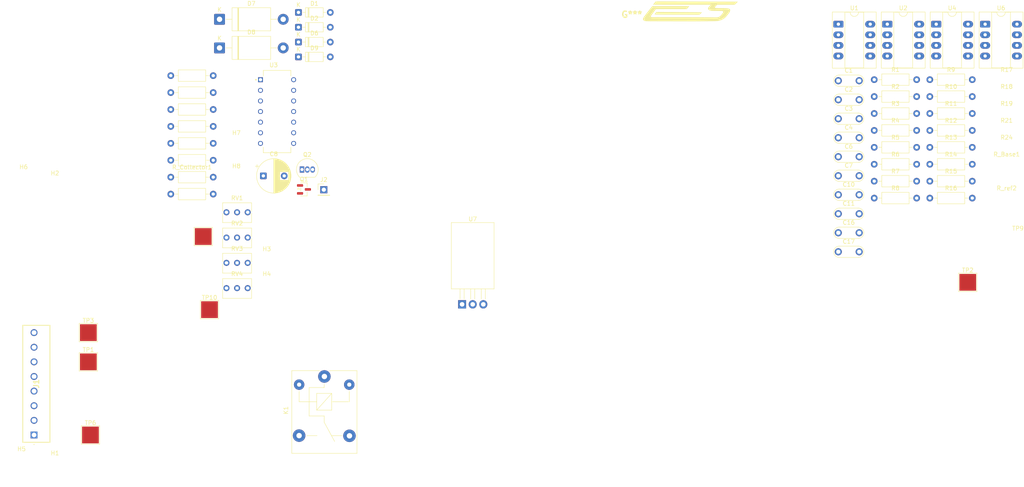
<source format=kicad_pcb>
(kicad_pcb (version 20241229) (generator "pcbnew") (generator_version "9.0")
  (layers (0 "F.Cu" signal) (2 "B.Cu" signal) (13 "F.Paste" user) (15 "B.Paste" user) (5 "F.SilkS" user "F.Silkscreen") (7 "B.SilkS" user "B.Silkscreen") (1 "F.Mask" user) (3 "B.Mask" user) (25 "Edge.Cuts" user))
  (net 0 "")
  (net 1 "+12V")
  (net 2 "GND")
  (net 3 "+5V")
  (net 4 "Net-(U6-CONTROL_VOLTAGE)")
  (net 5 "Net-(U6-DISCHARGE)")
  (net 6 "Net-(D8-K)")
  (net 7 "TPS_OUT")
  (net 8 "BPS_OUT")
  (net 9 "Net-(D1-A)")
  (net 10 "BSPD_F")
  (net 11 "Net-(D2-A)")
  (net 12 "Net-(D6-A)")
  (net 13 "Net-(D6-K)")
  (net 14 "NO")
  (net 15 "BPS")
  (net 16 "SC")
  (net 17 "TPS")
  (net 18 "Rel")
  (net 20 "Trig_Fault")
  (net 21 "Net-(Q2-B)")
  (net 22 "Net-(R4-Pad2)")
  (net 23 "Net-(R5-Pad1)")
  (net 24 "Net-(R8-Pad2)")
  (net 25 "Net-(R9-Pad2)")
  (net 26 "Net-(R10-Pad1)")
  (net 27 "Net-(R12-Pad1)")
  (net 28 "Net-(R14-Pad2)")
  (net 29 "Net-(R15-Pad2)")
  (net 34 "Net-(U3-1Y)")
  (footprint "TestPoint:TestPoint_Pad_4.0x4.0mm" (layer "F.Cu") (at 69.5 103)
    (property "Reference" "TP10" (at 0 -2.898 0) (layer "F.SilkS"))
    (property "Value" "TestPoint")
    (pad "1" smd rect (at 0 0) (size 4 4) (layers "F.Cu" "F.Mask") (net 15 "BPS"))
  )
  (footprint "Resistor_THT:R_Axial_DIN0207_L6.3mm_D2.5mm_P10.16mm_Horizontal" (layer "F.Cu") (at 241.92 64.15)
    (property "Reference" "R13" (at 5.08 -2.37 0) (layer "F.SilkS"))
    (property "Value" "10k")
    (pad "1" thru_hole circle (at 0 0) (size 1.6 1.6) (drill 0.8) (layers "*.Cu" "*.Mask") (net 2 "GND"))
    (pad "2" thru_hole circle (at 10.16 0) (size 1.6 1.6) (drill 0.8) (layers "*.Cu" "*.Mask") (net 27 "Net-(R12-Pad1)"))
  )
  (footprint "Capacitor_THT:CP_Radial_D8.0mm_P5.00mm" (layer "F.Cu") (at 82.384698 70.98)
    (property "Reference" "C8" (at 2.5 -5.25 0) (layer "F.SilkS"))
    (property "Value" "10u")
    (pad "1" thru_hole roundrect (at 0 0) (size 1.6 1.6) (drill 0.8) (layers "*.Cu" "*.Mask") (roundrect_rratio 0.15625) (net 5 "Net-(U6-DISCHARGE)"))
    (pad "2" thru_hole circle (at 5 0) (size 1.6 1.6) (drill 0.8) (layers "*.Cu" "*.Mask") (net 2 "GND"))
  )
  (footprint "Resistor_THT:R_Axial_DIN0207_L6.3mm_D2.5mm_P10.16mm_Horizontal" (layer "F.Cu") (at 60.23 63.19)
    (property "Reference" "R24" (at 200.08 -1.41 0) (layer "F.SilkS"))
    (property "Value" "100k")
    (pad "1" thru_hole circle (at 0 0) (size 1.6 1.6) (drill 0.8) (layers "*.Cu" "*.Mask") (net 3 "+5V"))
    (pad "2" thru_hole circle (at 10.16 0) (size 1.6 1.6) (drill 0.8) (layers "*.Cu" "*.Mask") (net 20 "Trig_Fault"))
  )
  (footprint "MountingHole:MountingHole_3.2mm_M3" (layer "F.Cu") (at 25 73)
    (property "Reference" "H6" (at 0 -4.15 0) (layer "F.SilkS"))
    (property "Value" "MountingHole")
    (pad "" np_thru_hole circle (at 0 0) (size 3.2 3.2) (drill 3.2) (layers "*.Cu" "*.Mask"))
  )
  (footprint "Potentiometer_THT:Potentiometer_Bourns_3266Y_Vertical" (layer "F.Cu") (at 78.64 85.75)
    (property "Reference" "RV2" (at -2.54 -3.41 0) (layer "F.SilkS"))
    (property "Value" "10k")
    (pad "1" thru_hole circle (at 0 0) (size 1.44 1.44) (drill 0.8) (layers "*.Cu" "*.Mask") (net 25 "Net-(R9-Pad2)"))
    (pad "2" thru_hole circle (at -2.54 0) (size 1.44 1.44) (drill 0.8) (layers "*.Cu" "*.Mask") (net 3 "+5V"))
    (pad "3" thru_hole circle (at -5.08 0) (size 1.44 1.44) (drill 0.8) (layers "*.Cu" "*.Mask"))
  )
  (footprint "Crystal:Resonator-2Pin_W7.0mm_H2.5mm" (layer "F.Cu") (at 220.01 48.2)
    (property "Reference" "C1" (at 2.5 -2.45 0) (layer "F.SilkS"))
    (property "Value" "100n")
    (pad "1" thru_hole circle (at 0 0) (size 1.7 1.7) (drill 1) (layers "*.Cu" "*.Mask") (net 1 "+12V"))
    (pad "2" thru_hole circle (at 5 0) (size 1.7 1.7) (drill 1) (layers "*.Cu" "*.Mask") (net 2 "GND"))
  )
  (footprint "Package_TO_SOT_THT:TO-92_Inline" (layer "F.Cu") (at 91.64 69.46)
    (property "Reference" "Q2" (at 1.27 -3.56 0) (layer "F.SilkS"))
    (property "Value" "2N3904")
    (pad "1" thru_hole rect (at 0 0) (size 1.05 1.5) (drill 0.75) (layers "*.Cu" "*.Mask") (net 2 "GND"))
    (pad "2" thru_hole oval (at 1.27 0) (size 1.05 1.5) (drill 0.75) (layers "*.Cu" "*.Mask") (net 21 "Net-(Q2-B)"))
    (pad "3" thru_hole oval (at 2.54 0) (size 1.05 1.5) (drill 0.75) (layers "*.Cu" "*.Mask") (net 20 "Trig_Fault"))
  )
  (footprint "Resistor_THT:R_Axial_DIN0207_L6.3mm_D2.5mm_P10.16mm_Horizontal" (layer "F.Cu") (at 60.23 46.99)
    (property "Reference" "R17" (at 200.08 -1.41 0) (layer "F.SilkS"))
    (property "Value" "100k")
    (pad "1" thru_hole circle (at 0 0) (size 1.6 1.6) (drill 0.8) (layers "*.Cu" "*.Mask") (net 2 "GND"))
    (pad "2" thru_hole circle (at 10.16 0) (size 1.6 1.6) (drill 0.8) (layers "*.Cu" "*.Mask") (net 17 "TPS"))
  )
  (footprint "Resistor_THT:R_Axial_DIN0207_L6.3mm_D2.5mm_P10.16mm_Horizontal" (layer "F.Cu") (at 228.61 52)
    (property "Reference" "R2" (at 5.08 -2.37 0) (layer "F.SilkS"))
    (property "Value" "10k")
    (pad "1" thru_hole circle (at 0 0) (size 1.6 1.6) (drill 0.8) (layers "*.Cu" "*.Mask") (net 8 "BPS_OUT"))
    (pad "2" thru_hole circle (at 10.16 0) (size 1.6 1.6) (drill 0.8) (layers "*.Cu" "*.Mask") (net 3 "+5V"))
  )
  (footprint "Package_TO_SOT_SMD:SOT-23" (layer "F.Cu") (at 92.11 74.22)
    (property "Reference" "Q1" (at 0 -2.4 0) (layer "F.SilkS"))
    (property "Value" "BSS83P")
    (pad "1" smd roundrect (at -0.9375 -0.95) (size 1.475 0.6) (layers "F.Cu" "F.Mask" "F.Paste") (net 20 "Trig_Fault"))
    (pad "2" smd roundrect (at -0.9375 0.95) (size 1.475 0.6) (layers "F.Cu" "F.Mask" "F.Paste") (net 3 "+5V"))
    (pad "3" smd roundrect (at 0.9375 0) (size 1.475 0.6) (layers "F.Cu" "F.Mask" "F.Paste") (net 12 "Net-(D6-A)"))
  )
  (footprint "Potentiometer_THT:Potentiometer_Bourns_3266Y_Vertical" (layer "F.Cu") (at 78.64 79.7)
    (property "Reference" "RV1" (at -2.54 -3.41 0) (layer "F.SilkS"))
    (property "Value" "10k")
    (pad "1" thru_hole circle (at 0 0) (size 1.44 1.44) (drill 0.8) (layers "*.Cu" "*.Mask") (net 22 "Net-(R4-Pad2)"))
    (pad "2" thru_hole circle (at -2.54 0) (size 1.44 1.44) (drill 0.8) (layers "*.Cu" "*.Mask") (net 3 "+5V"))
    (pad "3" thru_hole circle (at -5.08 0) (size 1.44 1.44) (drill 0.8) (layers "*.Cu" "*.Mask"))
  )
  (footprint "Diode_THT:D_DO-201AE_P15.24mm_Horizontal" (layer "F.Cu") (at 71.9 33.5)
    (property "Reference" "D7" (at 7.62 -3.77 0) (layer "F.SilkS"))
    (property "Value" "CDBA340-HF")
    (fp_text user "K" (at 0 -2.3 0) (layer "F.SilkS"))
    (pad "1" thru_hole roundrect (at 0 0) (size 2.6 2.6) (drill 1.3) (layers "*.Cu" "*.Mask") (roundrect_rratio 0.096154) (net 13 "Net-(D6-K)"))
    (pad "2" thru_hole circle (at 15.24 0) (size 2.6 2.6) (drill 1.3) (layers "*.Cu" "*.Mask") (net 1 "+12V"))
  )
  (footprint "Package_DIP:CERDIP-8_W7.62mm_SideBrazed_LongPads_Socket" (layer "F.Cu") (at 255.16 34.67)
    (property "Reference" "U6" (at 3.81 -3.855 0) (layer "F.SilkS"))
    (property "Value" "NE555N")
    (pad "1" thru_hole roundrect (at 0 0) (size 2.4 1.6) (drill 0.8) (layers "*.Cu" "*.Mask") (roundrect_rratio 0.15625) (net 2 "GND"))
    (pad "2" thru_hole oval (at 0 2.54) (size 2.4 1.6) (drill 0.8) (layers "*.Cu" "*.Mask") (net 20 "Trig_Fault"))
    (pad "3" thru_hole oval (at 0 5.08) (size 2.4 1.6) (drill 0.8) (layers "*.Cu" "*.Mask") (net 18 "Rel"))
    (pad "4" thru_hole oval (at 0 7.62) (size 2.4 1.6) (drill 0.8) (layers "*.Cu" "*.Mask") (net 3 "+5V"))
    (pad "5" thru_hole oval (at 7.62 7.62) (size 2.4 1.6) (drill 0.8) (layers "*.Cu" "*.Mask") (net 4 "Net-(U6-CONTROL_VOLTAGE)"))
    (pad "6" thru_hole oval (at 7.62 5.08) (size 2.4 1.6) (drill 0.8) (layers "*.Cu" "*.Mask") (net 5 "Net-(U6-DISCHARGE)"))
    (pad "7" thru_hole oval (at 7.62 2.54) (size 2.4 1.6) (drill 0.8) (layers "*.Cu" "*.Mask") (net 5 "Net-(U6-DISCHARGE)"))
    (pad "8" thru_hole oval (at 7.62 0) (size 2.4 1.6) (drill 0.8) (layers "*.Cu" "*.Mask") (net 3 "+5V"))
  )
  (footprint "TestPoint:TestPoint_Pad_4.0x4.0mm" (layer "F.Cu") (at 41 133)
    (property "Reference" "TP6" (at 0 -2.898 0) (layer "F.SilkS"))
    (property "Value" "TestPoint")
    (pad "1" smd rect (at 0 0) (size 4 4) (layers "F.Cu" "F.Mask") (net 2 "GND"))
  )
  (footprint "Package_DIP:CERDIP-8_W7.62mm_SideBrazed_LongPads_Socket" (layer "F.Cu") (at 243.45 34.67)
    (property "Reference" "U4" (at 3.81 -3.855 0) (layer "F.SilkS"))
    (property "Value" "LM293_COMP")
    (pad "1" thru_hole roundrect (at 0 0) (size 2.4 1.6) (drill 0.8) (layers "*.Cu" "*.Mask") (roundrect_rratio 0.15625) (net 9 "Net-(D1-A)"))
    (pad "2" thru_hole oval (at 0 2.54) (size 2.4 1.6) (drill 0.8) (layers "*.Cu" "*.Mask") (net 17 "TPS"))
    (pad "3" thru_hole oval (at 0 5.08) (size 2.4 1.6) (drill 0.8) (layers "*.Cu" "*.Mask") (net 24 "Net-(R8-Pad2)"))
    (pad "4" thru_hole oval (at 0 7.62) (size 2.4 1.6) (drill 0.8) (layers "*.Cu" "*.Mask") (net 2 "GND"))
    (pad "5" thru_hole oval (at 7.62 7.62) (size 2.4 1.6) (drill 0.8) (layers "*.Cu" "*.Mask") (net 29 "Net-(R15-Pad2)"))
    (pad "6" thru_hole oval (at 7.62 5.08) (size 2.4 1.6) (drill 0.8) (layers "*.Cu" "*.Mask") (net 15 "BPS"))
    (pad "7" thru_hole oval (at 7.62 2.54) (size 2.4 1.6) (drill 0.8) (layers "*.Cu" "*.Mask") (net 11 "Net-(D2-A)"))
    (pad "8" thru_hole oval (at 7.62 0) (size 2.4 1.6) (drill 0.8) (layers "*.Cu" "*.Mask") (net 1 "+12V"))
  )
  (footprint "Package_DIP:CERDIP-8_W7.62mm_SideBrazed_LongPads_Socket" (layer "F.Cu") (at 231.74 34.67)
    (property "Reference" "U2" (at 3.81 -3.855 0) (layer "F.SilkS"))
    (property "Value" "LM293_COMP")
    (pad "1" thru_hole roundrect (at 0 0) (size 2.4 1.6) (drill 0.8) (layers "*.Cu" "*.Mask") (roundrect_rratio 0.15625) (net 8 "BPS_OUT"))
    (pad "2" thru_hole oval (at 0 2.54) (size 2.4 1.6) (drill 0.8) (layers "*.Cu" "*.Mask") (net 15 "BPS"))
    (pad "3" thru_hole oval (at 0 5.08) (size 2.4 1.6) (drill 0.8) (layers "*.Cu" "*.Mask") (net 25 "Net-(R9-Pad2)"))
    (pad "4" thru_hole oval (at 0 7.62) (size 2.4 1.6) (drill 0.8) (layers "*.Cu" "*.Mask") (net 2 "GND"))
    (pad "5" thru_hole oval (at 7.62 7.62) (size 2.4 1.6) (drill 0.8) (layers "*.Cu" "*.Mask") (net 15 "BPS"))
    (pad "6" thru_hole oval (at 7.62 5.08) (size 2.4 1.6) (drill 0.8) (layers "*.Cu" "*.Mask") (net 26 "Net-(R10-Pad1)"))
    (pad "7" thru_hole oval (at 7.62 2.54) (size 2.4 1.6) (drill 0.8) (layers "*.Cu" "*.Mask") (net 8 "BPS_OUT"))
    (pad "8" thru_hole oval (at 7.62 0) (size 2.4 1.6) (drill 0.8) (layers "*.Cu" "*.Mask") (net 1 "+12V"))
  )
  (footprint "Diode_THT:D_DO-35_SOD27_P7.62mm_Horizontal" (layer "F.Cu") (at 90.79 31.85)
    (property "Reference" "D1" (at 3.81 -2.12 0) (layer "F.SilkS"))
    (property "Value" "1N4148")
    (fp_text user "K" (at 0 -1.8 0) (layer "F.SilkS"))
    (pad "1" thru_hole roundrect (at 0 0) (size 1.6 1.6) (drill 0.8) (layers "*.Cu" "*.Mask") (roundrect_rratio 0.15625) (net 10 "BSPD_F"))
    (pad "2" thru_hole circle (at 7.62 0) (size 1.6 1.6) (drill 0.8) (layers "*.Cu" "*.Mask") (net 9 "Net-(D1-A)"))
  )
  (footprint "Resistor_THT:R_Axial_DIN0207_L6.3mm_D2.5mm_P10.16mm_Horizontal" (layer "F.Cu") (at 60.23 75.34)
    (property "Reference" "R_ref2" (at 200.08 -1.41 0) (layer "F.SilkS"))
    (property "Value" "10k")
    (pad "1" thru_hole circle (at 0 0) (size 1.6 1.6) (drill 0.8) (layers "*.Cu" "*.Mask") (net 14 "NO"))
    (pad "2" thru_hole circle (at 10.16 0) (size 1.6 1.6) (drill 0.8) (layers "*.Cu" "*.Mask") (net 1 "+12V"))
  )
  (footprint "Resistor_THT:R_Axial_DIN0207_L6.3mm_D2.5mm_P10.16mm_Horizontal" (layer "F.Cu") (at 241.92 68.2)
    (property "Reference" "R14" (at 5.08 -2.37 0) (layer "F.SilkS"))
    (property "Value" "100k")
    (pad "1" thru_hole circle (at 0 0) (size 1.6 1.6) (drill 0.8) (layers "*.Cu" "*.Mask") (net 2 "GND"))
    (pad "2" thru_hole circle (at 10.16 0) (size 1.6 1.6) (drill 0.8) (layers "*.Cu" "*.Mask") (net 28 "Net-(R14-Pad2)"))
  )
  (footprint "Resistor_THT:R_Axial_DIN0207_L6.3mm_D2.5mm_P10.16mm_Horizontal" (layer "F.Cu") (at 228.61 47.95)
    (property "Reference" "R1" (at 5.08 -2.37 0) (layer "F.SilkS"))
    (property "Value" "10k")
    (pad "1" thru_hole circle (at 0 0) (size 1.6 1.6) (drill 0.8) (layers "*.Cu" "*.Mask") (net 2 "GND"))
    (pad "2" thru_hole circle (at 10.16 0) (size 1.6 1.6) (drill 0.8) (layers "*.Cu" "*.Mask") (net 20 "Trig_Fault"))
  )
  (footprint "Crystal:Resonator-2Pin_W7.0mm_H2.5mm" (layer "F.Cu") (at 220.01 89.15)
    (property "Reference" "C17" (at 2.5 -2.45 0) (layer "F.SilkS"))
    (property "Value" "15p")
    (pad "1" thru_hole circle (at 0 0) (size 1.7 1.7) (drill 1) (layers "*.Cu" "*.Mask") (net 2 "GND"))
    (pad "2" thru_hole circle (at 5 0) (size 1.7 1.7) (drill 1) (layers "*.Cu" "*.Mask") (net 8 "BPS_OUT"))
  )
  (footprint "Resistor_THT:R_Axial_DIN0207_L6.3mm_D2.5mm_P10.16mm_Horizontal" (layer "F.Cu") (at 228.61 76.3)
    (property "Reference" "R8" (at 5.08 -2.37 0) (layer "F.SilkS"))
    (property "Value" "1k")
    (pad "1" thru_hole circle (at 0 0) (size 1.6 1.6) (drill 0.8) (layers "*.Cu" "*.Mask") (net 2 "GND"))
    (pad "2" thru_hole circle (at 10.16 0) (size 1.6 1.6) (drill 0.8) (layers "*.Cu" "*.Mask") (net 24 "Net-(R8-Pad2)"))
  )
  (footprint "Resistor_THT:R_Axial_DIN0207_L6.3mm_D2.5mm_P10.16mm_Horizontal" (layer "F.Cu") (at 228.61 60.1)
    (property "Reference" "R4" (at 5.08 -2.37 0) (layer "F.SilkS"))
    (property "Value" "1k")
    (pad "1" thru_hole circle (at 0 0) (size 1.6 1.6) (drill 0.8) (layers "*.Cu" "*.Mask") (net 2 "GND"))
    (pad "2" thru_hole circle (at 10.16 0) (size 1.6 1.6) (drill 0.8) (layers "*.Cu" "*.Mask") (net 22 "Net-(R4-Pad2)"))
  )
  (footprint "SN74HC08N:DIP794W45P254L1969H508Q14" (layer "F.Cu") (at 85.67 55.585)
    (property "Reference" "U3" (at -0.825 -11.135 0) (layer "F.SilkS"))
    (property "Value" "SN74HC08N")
    (pad "1" thru_hole rect (at -3.97 -7.62) (size 1.17 1.17) (drill 0.77) (layers "*.Cu" "*.Mask") (net 7 "TPS_OUT"))
    (pad "2" thru_hole circle (at -3.97 -5.08) (size 1.17 1.17) (drill 0.77) (layers "*.Cu" "*.Mask") (net 8 "BPS_OUT"))
    (pad "3" thru_hole circle (at -3.97 -2.54) (size 1.17 1.17) (drill 0.77) (layers "*.Cu" "*.Mask") (net 34 "Net-(U3-1Y)"))
    (pad "4" thru_hole circle (at -3.97 0) (size 1.17 1.17) (drill 0.77) (layers "*.Cu" "*.Mask") (net 10 "BSPD_F"))
    (pad "5" thru_hole circle (at -3.97 2.54) (size 1.17 1.17) (drill 0.77) (layers "*.Cu" "*.Mask") (net 2 "GND"))
    (pad "6" thru_hole circle (at -3.97 5.08) (size 1.17 1.17) (drill 0.77) (layers "*.Cu" "*.Mask"))
    (pad "7" thru_hole circle (at -3.97 7.62) (size 1.17 1.17) (drill 0.77) (layers "*.Cu" "*.Mask") (net 2 "GND"))
    (pad "8" thru_hole circle (at 3.97 7.62) (size 1.17 1.17) (drill 0.77) (layers "*.Cu" "*.Mask"))
    (pad "9" thru_hole circle (at 3.97 5.08) (size 1.17 1.17) (drill 0.77) (layers "*.Cu" "*.Mask") (net 2 "GND"))
    (pad "10" thru_hole circle (at 3.97 2.54) (size 1.17 1.17) (drill 0.77) (layers "*.Cu" "*.Mask") (net 2 "GND"))
    (pad "11" thru_hole circle (at 3.97 0) (size 1.17 1.17) (drill 0.77) (layers "*.Cu" "*.Mask"))
    (pad "12" thru_hole circle (at 3.97 -2.54) (size 1.17 1.17) (drill 0.77) (layers "*.Cu" "*.Mask") (net 2 "GND"))
    (pad "13" thru_hole circle (at 3.97 -5.08) (size 1.17 1.17) (drill 0.77) (layers "*.Cu" "*.Mask") (net 2 "GND"))
    (pad "14" thru_hole circle (at 3.97 -7.62) (size 1.17 1.17) (drill 0.77) (layers "*.Cu" "*.Mask") (net 3 "+5V"))
  )
  (footprint "Resistor_THT:R_Axial_DIN0207_L6.3mm_D2.5mm_P10.16mm_Horizontal" (layer "F.Cu") (at 228.61 68.2)
    (property "Reference" "R6" (at 5.08 -2.37 0) (layer "F.SilkS"))
    (property "Value" "10k")
    (pad "1" thru_hole circle (at 0 0) (size 1.6 1.6) (drill 0.8) (layers "*.Cu" "*.Mask") (net 2 "GND"))
    (pad "2" thru_hole circle (at 10.16 0) (size 1.6 1.6) (drill 0.8) (layers "*.Cu" "*.Mask") (net 23 "Net-(R5-Pad1)"))
  )
  (footprint "Crystal:Resonator-2Pin_W7.0mm_H2.5mm" (layer "F.Cu") (at 220.01 75.5)
    (property "Reference" "C10" (at 2.5 -2.45 0) (layer "F.SilkS"))
    (property "Value" "0.1u")
    (pad "1" thru_hole circle (at 0 0) (size 1.7 1.7) (drill 1) (layers "*.Cu" "*.Mask") (net 3 "+5V"))
    (pad "2" thru_hole circle (at 5 0) (size 1.7 1.7) (drill 1) (layers "*.Cu" "*.Mask") (net 2 "GND"))
  )
  (footprint "Resistor_THT:R_Axial_DIN0207_L6.3mm_D2.5mm_P10.16mm_Horizontal" (layer "F.Cu") (at 228.61 64.15)
    (property "Reference" "R5" (at 5.08 -2.37 0) (layer "F.SilkS"))
    (property "Value" "100k")
    (pad "1" thru_hole circle (at 0 0) (size 1.6 1.6) (drill 0.8) (layers "*.Cu" "*.Mask") (net 23 "Net-(R5-Pad1)"))
    (pad "2" thru_hole circle (at 10.16 0) (size 1.6 1.6) (drill 0.8) (layers "*.Cu" "*.Mask") (net 3 "+5V"))
  )
  (footprint "TestPoint:TestPoint_Pad_4.0x4.0mm" (layer "F.Cu") (at 68 85.5)
    (property "Reference" "TP9" (at 195 -1.938 0) (layer "F.SilkS"))
    (property "Value" "TestPoint")
    (pad "1" smd rect (at 0 0) (size 4 4) (layers "F.Cu" "F.Mask") (net 17 "TPS"))
  )
  (footprint "Crystal:Resonator-2Pin_W7.0mm_H2.5mm" (layer "F.Cu") (at 220.01 84.6)
    (property "Reference" "C16" (at 2.5 -2.45 0) (layer "F.SilkS"))
    (property "Value" "15p")
    (pad "1" thru_hole circle (at 0 0) (size 1.7 1.7) (drill 1) (layers "*.Cu" "*.Mask") (net 2 "GND"))
    (pad "2" thru_hole circle (at 5 0) (size 1.7 1.7) (drill 1) (layers "*.Cu" "*.Mask") (net 7 "TPS_OUT"))
  )
  (footprint "MountingHole:MountingHole_2.2mm_M2" (layer "F.Cu") (at 32.5 73.5)
    (property "Reference" "H2" (at 0 -3.15 0) (layer "F.SilkS"))
    (property "Value" "MountingHole")
    (pad "" np_thru_hole circle (at 0 0) (size 2.2 2.2) (drill 2.2) (layers "*.Cu" "*.Mask"))
  )
  (footprint "Crystal:Resonator-2Pin_W7.0mm_H2.5mm" (layer "F.Cu") (at 220.01 57.3)
    (property "Reference" "C3" (at 2.5 -2.45 0) (layer "F.SilkS"))
    (property "Value" "100n")
    (pad "1" thru_hole circle (at 0 0) (size 1.7 1.7) (drill 1) (layers "*.Cu" "*.Mask") (net 3 "+5V"))
    (pad "2" thru_hole circle (at 5 0) (size 1.7 1.7) (drill 1) (layers "*.Cu" "*.Mask") (net 2 "GND"))
  )
  (footprint "MountingHole:MountingHole_2.2mm_M2" (layer "F.Cu") (at 32.5 140.5)
    (property "Reference" "H1" (at 0 -3.15 0) (layer "F.SilkS"))
    (property "Value" "MountingHole")
    (pad "" np_thru_hole circle (at 0 0) (size 2.2 2.2) (drill 2.2) (layers "*.Cu" "*.Mask"))
  )
  (footprint "Potentiometer_THT:Potentiometer_Bourns_3266Y_Vertical" (layer "F.Cu") (at 78.64 97.85)
    (property "Reference" "RV4" (at -2.54 -3.41 0) (layer "F.SilkS"))
    (property "Value" "10k")
    (pad "1" thru_hole circle (at 0 0) (size 1.44 1.44) (drill 0.8) (layers "*.Cu" "*.Mask"))
    (pad "2" thru_hole circle (at -2.54 0) (size 1.44 1.44) (drill 0.8) (layers "*.Cu" "*.Mask") (net 3 "+5V"))
    (pad "3" thru_hole circle (at -5.08 0) (size 1.44 1.44) (drill 0.8) (layers "*.Cu" "*.Mask") (net 29 "Net-(R15-Pad2)"))
  )
  (footprint "LOGO" (layer "F.Cu") (at 185.5 31.5)
    (property "Reference" "G***" (at -14.9 0.85 0) (layer "F.SilkS") (effects (font (size 1.5 1.5) (thickness 0.3))))
    (property "Value" "LOGO" (hide yes))
  )
  (footprint "Crystal:Resonator-2Pin_W7.0mm_H2.5mm" (layer "F.Cu") (at 220.01 61.85)
    (property "Reference" "C4" (at 2.5 -2.45 0) (layer "F.SilkS"))
    (property "Value" "100n")
    (pad "1" thru_hole circle (at 0 0) (size 1.7 1.7) (drill 1) (layers "*.Cu" "*.Mask") (net 1 "+12V"))
    (pad "2" thru_hole circle (at 5 0) (size 1.7 1.7) (drill 1) (layers "*.Cu" "*.Mask") (net 2 "GND"))
  )
  (footprint "Crystal:Resonator-2Pin_W7.0mm_H2.5mm" (layer "F.Cu") (at 220.01 52.75)
    (property "Reference" "C2" (at 2.5 -2.45 0) (layer "F.SilkS"))
    (property "Value" "100n")
    (pad "1" thru_hole circle (at 0 0) (size 1.7 1.7) (drill 1) (layers "*.Cu" "*.Mask") (net 1 "+12V"))
    (pad "2" thru_hole circle (at 5 0) (size 1.7 1.7) (drill 1) (layers "*.Cu" "*.Mask") (net 2 "GND"))
  )
  (footprint "TestPoint:TestPoint_Pad_4.0x4.0mm" (layer "F.Cu") (at 40.5 115.5)
    (property "Reference" "TP1" (at 0 -2.898 0) (layer "F.SilkS"))
    (property "Value" "TestPoint")
    (pad "1" smd rect (at 0 0) (size 4 4) (layers "F.Cu" "F.Mask") (net 17 "TPS"))
  )
  (footprint "Resistor_THT:R_Axial_DIN0207_L6.3mm_D2.5mm_P10.16mm_Horizontal" (layer "F.Cu") (at 241.92 72.25)
    (property "Reference" "R15" (at 5.08 -2.37 0) (layer "F.SilkS"))
    (property "Value" "1k")
    (pad "1" thru_hole circle (at 0 0) (size 1.6 1.6) (drill 0.8) (layers "*.Cu" "*.Mask") (net 2 "GND"))
    (pad "2" thru_hole circle (at 10.16 0) (size 1.6 1.6) (drill 0.8) (layers "*.Cu" "*.Mask") (net 29 "Net-(R15-Pad2)"))
  )
  (footprint "Potentiometer_THT:Potentiometer_Bourns_3266Y_Vertical" (layer "F.Cu") (at 78.64 91.8)
    (property "Reference" "RV3" (at -2.54 -3.41 0) (layer "F.SilkS"))
    (property "Value" "10k")
    (pad "1" thru_hole circle (at 0 0) (size 1.44 1.44) (drill 0.8) (layers "*.Cu" "*.Mask") (net 24 "Net-(R8-Pad2)"))
    (pad "2" thru_hole circle (at -2.54 0) (size 1.44 1.44) (drill 0.8) (layers "*.Cu" "*.Mask") (net 3 "+5V"))
    (pad "3" thru_hole circle (at -5.08 0) (size 1.44 1.44) (drill 0.8) (layers "*.Cu" "*.Mask"))
  )
  (footprint "Diode_THT:D_DO-35_SOD27_P7.62mm_Horizontal" (layer "F.Cu") (at 90.79 42.5)
    (property "Reference" "D9" (at 3.81 -2.12 0) (layer "F.SilkS"))
    (property "Value" "1N4148")
    (fp_text user "K" (at 0 -1.8 0) (layer "F.SilkS"))
    (pad "1" thru_hole roundrect (at 0 0) (size 1.6 1.6) (drill 0.8) (layers "*.Cu" "*.Mask") (roundrect_rratio 0.15625) (net 6 "Net-(D8-K)"))
    (pad "2" thru_hole circle (at 7.62 0) (size 1.6 1.6) (drill 0.8) (layers "*.Cu" "*.Mask") (net 3 "+5V"))
  )
  (footprint "Relay_THT:Relay_SPDT_SANYOU_SRD_Series_Form_C" (layer "F.Cu") (at 97 119 -90)
    (property "Reference" "K1" (at 8.1 9.2 90) (layer "F.SilkS"))
    (property "Value" "SANYOU_SRD_Form_C")
    (pad "1" thru_hole circle (at 0 0) (size 3 3) (drill 1.3) (layers "*.Cu" "*.Mask") (net 16 "SC"))
    (pad "2" thru_hole circle (at 1.95 6.05) (size 2.5 2.5) (drill 1) (layers "*.Cu" "*.Mask") (net 12 "Net-(D6-A)"))
    (pad "3" thru_hole circle (at 14.15 6.05) (size 3 3) (drill 1.3) (layers "*.Cu" "*.Mask"))
    (pad "4" thru_hole circle (at 14.2 -6) (size 3 3) (drill 1.3) (layers "*.Cu" "*.Mask") (net 14 "NO"))
    (pad "5" thru_hole circle (at 1.95 -5.95) (size 2.5 2.5) (drill 1) (layers "*.Cu" "*.Mask") (net 13 "Net-(D6-K)"))
  )
  (footprint "Diode_THT:D_DO-35_SOD27_P7.62mm_Horizontal" (layer "F.Cu") (at 90.79 38.95)
    (property "Reference" "D6" (at 3.81 -2.12 0) (layer "F.SilkS"))
    (property "Value" "1N4148")
    (fp_text user "K" (at 0 -1.8 0) (layer "F.SilkS"))
    (pad "1" thru_hole roundrect (at 0 0) (size 1.6 1.6) (drill 0.8) (layers "*.Cu" "*.Mask") (roundrect_rratio 0.15625) (net 13 "Net-(D6-K)"))
    (pad "2" thru_hole circle (at 7.62 0) (size 1.6 1.6) (drill 0.8) (layers "*.Cu" "*.Mask") (net 12 "Net-(D6-A)"))
  )
  (footprint "Resistor_THT:R_Axial_DIN0207_L6.3mm_D2.5mm_P10.16mm_Horizontal" (layer "F.Cu") (at 241.92 76.3)
    (property "Reference" "R16" (at 5.08 -2.37 0) (layer "F.SilkS"))
    (property "Value" "10k")
    (pad "1" thru_hole circle (at 0 0) (size 1.6 1.6) (drill 0.8) (layers "*.Cu" "*.Mask") (net 2 "GND"))
    (pad "2" thru_hole circle (at 10.16 0) (size 1.6 1.6) (drill 0.8) (layers "*.Cu" "*.Mask") (net 15 "BPS"))
  )
  (footprint "Resistor_THT:R_Axial_DIN0207_L6.3mm_D2.5mm_P10.16mm_Horizontal" (layer "F.Cu") (at 60.23 67.24)
    (property "Reference" "R_Base1" (at 200.08 -1.41 0) (layer "F.SilkS"))
    (property "Value" "10k")
    (pad "1" thru_hole circle (at 0 0) (size 1.6 1.6) (drill 0.8) (layers "*.Cu" "*.Mask") (net 34 "Net-(U3-1Y)"))
    (pad "2" thru_hole circle (at 10.16 0) (size 1.6 1.6) (drill 0.8) (layers "*.Cu" "*.Mask") (net 21 "Net-(Q2-B)"))
  )
  (footprint "Resistor_THT:R_Axial_DIN0207_L6.3mm_D2.5mm_P10.16mm_Horizontal" (layer "F.Cu") (at 228.61 56.05)
    (property "Reference" "R3" (at 5.08 -2.37 0) (layer "F.SilkS"))
    (property "Value" "10k")
    (pad "1" thru_hole circle (at 0 0) (size 1.6 1.6) (drill 0.8) (layers "*.Cu" "*.Mask") (net 7 "TPS_OUT"))
    (pad "2" thru_hole circle (at 10.16 0) (size 1.6 1.6) (drill 0.8) (layers "*.Cu" "*.Mask") (net 3 "+5V"))
  )
  (footprint "Diode_THT:D_DO-201AE_P15.24mm_Horizontal" (layer "F.Cu") (at 71.9 40.35)
    (property "Reference" "D8" (at 7.62 -3.77 0) (layer "F.SilkS"))
    (property "Value" "B120-E3")
    (fp_text user "K" (at 0 -2.3 0) (layer "F.SilkS"))
    (pad "1" thru_hole roundrect (at 0 0) (size 2.6 2.6) (drill 1.3) (layers "*.Cu" "*.Mask") (roundrect_rratio 0.096154) (net 6 "Net-(D8-K)"))
    (pad "2" thru_hole circle (at 15.24 0) (size 2.6 2.6) (drill 1.3) (layers "*.Cu" "*.Mask") (net 1 "+12V"))
  )
  (footprint "Connector_PinHeader_2.54mm:PinHeader_1x01_P2.54mm_Vertical" (layer "F.Cu") (at 96.86 74.29)
    (property "Reference" "J2" (at 0 -2.38 0) (layer "F.SilkS"))
    (property "Value" "Conn_01x01_Pin")
    (pad "1" thru_hole rect (at 0 0) (size 1.7 1.7) (drill 1) (layers "*.Cu" "*.Mask") (net 18 "Rel"))
  )
  (footprint "TestPoint:TestPoint_Pad_4.0x4.0mm" (layer "F.Cu") (at 251 96.46)
    (property "Reference" "TP2" (at 0 -2.898 0) (layer "F.SilkS"))
    (property "Value" "TestPoint")
    (pad "1" smd rect (at 0 0) (size 4 4) (layers "F.Cu" "F.Mask") (net 15 "BPS"))
  )
  (footprint "KiCad:ED5558DS" (layer "F.Cu") (at 27.5 133 90)
    (property "Reference" "J1" (at 12.25 0.55 90) (layer "F.SilkS") (effects (font (size 1.27 1.27) (thickness 0.254))))
    (property "Value" "ED555_8DS" (hide yes))
    (pad "1" thru_hole rect (at 0 0 90) (size 1.65 1.65) (drill 1.1) (layers "*.Cu" "*.Mask") (net 2 "GND"))
    (pad "2" thru_hole circle (at 3.5 0 90) (size 1.65 1.65) (drill 1.1) (layers "*.Cu" "*.Mask") (net 2 "GND"))
    (pad "3" thru_hole circle (at 7 0 90) (size 1.65 1.65) (drill 1.1) (layers "*.Cu" "*.Mask") (net 16 "SC"))
    (pad "4" thru_hole circle (at 10.5 0 90) (size 1.65 1.65) (drill 1.1) (layers "*.Cu" "*.Mask") (net 14 "NO"))
    (pad "5" thru_hole circle (at 14 0 90) (size 1.65 1.65) (drill 1.1) (layers "*.Cu" "*.Mask") (net 15 "BPS"))
    (pad "6" thru_hole circle (at 17.5 0 90) (size 1.65 1.65) (drill 1.1) (layers "*.Cu" "*.Mask") (net 17 "TPS"))
    (pad "7" thru_hole circle (at 21 0 90) (size 1.65 1.65) (drill 1.1) (layers "*.Cu" "*.Mask") (net 1 "+12V"))
    (pad "8" thru_hole circle (at 24.5 0 90) (size 1.65 1.65) (drill 1.1) (layers "*.Cu" "*.Mask") (net 1 "+12V"))
  )
  (footprint "Resistor_THT:R_Axial_DIN0207_L6.3mm_D2.5mm_P10.16mm_Horizontal" (layer "F.Cu") (at 241.92 56.05)
    (property "Reference" "R11" (at 5.08 -2.37 0) (layer "F.SilkS"))
    (property "Value" "10k")
    (pad "1" thru_hole circle (at 0 0) (size 1.6 1.6) (drill 0.8) (layers "*.Cu" "*.Mask") (net 2 "GND"))
    (pad "2" thru_hole circle (at 10.16 0) (size 1.6 1.6) (drill 0.8) (layers "*.Cu" "*.Mask") (net 26 "Net-(R10-Pad1)"))
  )
  (footprint "MountingHole:MountingHole_2.2mm_M2" (layer "F.Cu") (at 83.21 97.59)
    (property "Reference" "H4" (at 0 -3.15 0) (layer "F.SilkS"))
    (property "Value" "MountingHole")
    (pad "" np_thru_hole circle (at 0 0) (size 2.2 2.2) (drill 2.2) (layers "*.Cu" "*.Mask"))
  )
  (footprint "Crystal:Resonator-2Pin_W7.0mm_H2.5mm" (layer "F.Cu") (at 220.01 80.05)
    (property "Reference" "C11" (at 2.5 -2.45 0) (layer "F.SilkS"))
    (property "Value" "0.33u")
    (pad "1" thru_hole circle (at 0 0) (size 1.7 1.7) (drill 1) (layers "*.Cu" "*.Mask") (net 6 "Net-(D8-K)"))
    (pad "2" thru_hole circle (at 5 0) (size 1.7 1.7) (drill 1) (layers "*.Cu" "*.Mask") (net 2 "GND"))
  )
  (footprint "Package_TO_SOT_THT:TO-220-3_Horizontal_TabDown" (layer "F.Cu") (at 129.96 101.73)
    (property "Reference" "U7" (at 2.54 -20.41 0) (layer "F.SilkS"))
    (property "Value" "uA7805")
    (pad "" np_thru_hole circle (at 2.54 -16.66) (size 3.5 3.5) (drill 3.5) (layers "*.Cu" "*.Mask"))
    (pad "1" thru_hole rect (at 0 0) (size 1.905 2) (drill 1.1) (layers "*.Cu" "*.Mask") (net 6 "Net-(D8-K)"))
    (pad "2" thru_hole oval (at 2.54 0) (size 1.905 2) (drill 1.1) (layers "*.Cu" "*.Mask") (net 2 "GND"))
    (pad "3" thru_hole oval (at 5.08 0) (size 1.905 2) (drill 1.1) (layers "*.Cu" "*.Mask") (net 3 "+5V"))
  )
  (footprint "MountingHole:MountingHole_3.2mm_M3" (layer "F.Cu") (at 75.94 72.79)
    (property "Reference" "H8" (at 0 -4.15 0) (layer "F.SilkS"))
    (property "Value" "MountingHole")
    (pad "" np_thru_hole circle (at 0 0) (size 3.2 3.2) (drill 3.2) (layers "*.Cu" "*.Mask"))
  )
  (footprint "MountingHole:MountingHole_3.2mm_M3" (layer "F.Cu") (at 75.94 64.84)
    (property "Reference" "H7" (at 0 -4.15 0) (layer "F.SilkS"))
    (property "Value" "MountingHole")
    (pad "" np_thru_hole circle (at 0 0) (size 3.2 3.2) (drill 3.2) (layers "*.Cu" "*.Mask"))
  )
  (footprint "Resistor_THT:R_Axial_DIN0207_L6.3mm_D2.5mm_P10.16mm_Horizontal" (layer "F.Cu") (at 60.23 71.29)
    (property "Reference" "R_Collector1" (at 5.08 -2.37 0) (layer "F.SilkS"))
    (property "Value" "10k")
    (pad "1" thru_hole circle (at 0 0) (size 1.6 1.6) (drill 0.8) (layers "*.Cu" "*.Mask") (net 20 "Trig_Fault"))
    (pad "2" thru_hole circle (at 10.16 0) (size 1.6 1.6) (drill 0.8) (layers "*.Cu" "*.Mask") (net 3 "+5V"))
  )
  (footprint "Resistor_THT:R_Axial_DIN0207_L6.3mm_D2.5mm_P10.16mm_Horizontal" (layer "F.Cu") (at 60.23 59.14)
    (property "Reference" "R21" (at 200.08 -1.41 0) (layer "F.SilkS"))
    (property "Value" "910k")
    (pad "1" thru_hole circle (at 0 0) (size 1.6 1.6) (drill 0.8) (layers "*.Cu" "*.Mask") (net 3 "+5V"))
    (pad "2" thru_hole circle (at 10.16 0) (size 1.6 1.6) (drill 0.8) (layers "*.Cu" "*.Mask") (net 5 "Net-(U6-DISCHARGE)"))
  )
  (footprint "Resistor_THT:R_Axial_DIN0207_L6.3mm_D2.5mm_P10.16mm_Horizontal" (layer "F.Cu") (at 60.23 55.09)
    (property "Reference" "R19" (at 200.08 -1.41 0) (layer "F.SilkS"))
    (property "Value" "100k")
    (pad "1" thru_hole circle (at 0 0) (size 1.6 1.6) (drill 0.8) (layers "*.Cu" "*.Mask") (net 28 "Net-(R14-Pad2)"))
    (pad "2" thru_hole circle (at 10.16 0) (size 1.6 1.6) (drill 0.8) (layers "*.Cu" "*.Mask") (net 3 "+5V"))
  )
  (footprint "Resistor_THT:R_Axial_DIN0207_L6.3mm_D2.5mm_P10.16mm_Horizontal" (layer "F.Cu") (at 228.61 72.25)
    (property "Reference" "R7" (at 5.08 -2.37 0) (layer "F.SilkS"))
    (property "Value" "100k")
    (pad "1" thru_hole circle (at 0 0) (size 1.6 1.6) (drill 0.8) (layers "*.Cu" "*.Mask") (net 2 "GND"))
    (pad "2" thru_hole circle (at 10.16 0) (size 1.6 1.6) (drill 0.8) (layers "*.Cu" "*.Mask") (net 17 "TPS"))
  )
  (footprint "Package_DIP:CERDIP-8_W7.62mm_SideBrazed_LongPads_Socket" (layer "F.Cu") (at 220.03 34.67)
    (property "Reference" "U1" (at 3.81 -3.855 0) (layer "F.SilkS"))
    (property "Value" "LM293_COMP")
    (pad "1" thru_hole roundrect (at 0 0) (size 2.4 1.6) (drill 0.8) (layers "*.Cu" "*.Mask") (roundrect_rratio 0.15625) (net 7 "TPS_OUT"))
    (pad "2" thru_hole oval (at 0 2.54) (size 2.4 1.6) (drill 0.8) (layers "*.Cu" "*.Mask") (net 17 "TPS"))
    (pad "3" thru_hole oval (at 0 5.08) (size 2.4 1.6) (drill 0.8) (layers "*.Cu" "*.Mask") (net 22 "Net-(R4-Pad2)"))
    (pad "4" thru_hole oval (at 0 7.62) (size 2.4 1.6) (drill 0.8) (layers "*.Cu" "*.Mask") (net 2 "GND"))
    (pad "5" thru_hole oval (at 7.62 7.62) (size 2.4 1.6) (drill 0.8) (layers "*.Cu" "*.Mask") (net 17 "TPS"))
    (pad "6" thru_hole oval (at 7.62 5.08) (size 2.4 1.6) (drill 0.8) (layers "*.Cu" "*.Mask") (net 23 "Net-(R5-Pad1)"))
    (pad "7" thru_hole oval (at 7.62 2.54) (size 2.4 1.6) (drill 0.8) (layers "*.Cu" "*.Mask") (net 7 "TPS_OUT"))
    (pad "8" thru_hole oval (at 7.62 0) (size 2.4 1.6) (drill 0.8) (layers "*.Cu" "*.Mask") (net 1 "+12V"))
  )
  (footprint "Resistor_THT:R_Axial_DIN0207_L6.3mm_D2.5mm_P10.16mm_Horizontal" (layer "F.Cu") (at 241.92 60.1)
    (property "Reference" "R12" (at 5.08 -2.37 0) (layer "F.SilkS"))
    (property "Value" "100k")
    (pad "1" thru_hole circle (at 0 0) (size 1.6 1.6) (drill 0.8) (layers "*.Cu" "*.Mask") (net 27 "Net-(R12-Pad1)"))
    (pad "2" thru_hole circle (at 10.16 0) (size 1.6 1.6) (drill 0.8) (layers "*.Cu" "*.Mask") (net 3 "+5V"))
  )
  (footprint "Crystal:Resonator-2Pin_W7.0mm_H2.5mm" (layer "F.Cu") (at 220.01 66.4)
    (property "Reference" "C6" (at 2.5 -2.45 0) (layer "F.SilkS"))
    (property "Value" "100n")
    (pad "1" thru_hole circle (at 0 0) (size 1.7 1.7) (drill 1) (layers "*.Cu" "*.Mask") (net 3 "+5V"))
    (pad "2" thru_hole circle (at 5 0) (size 1.7 1.7) (drill 1) (layers "*.Cu" "*.Mask") (net 2 "GND"))
  )
  (footprint "Resistor_THT:R_Axial_DIN0207_L6.3mm_D2.5mm_P10.16mm_Horizontal" (layer "F.Cu") (at 60.23 51.04)
    (property "Reference" "R18" (at 200.08 -1.41 0) (layer "F.SilkS"))
    (property "Value" "100k")
    (pad "1" thru_hole circle (at 0 0) (size 1.6 1.6) (drill 0.8) (layers "*.Cu" "*.Mask") (net 2 "GND"))
    (pad "2" thru_hole circle (at 10.16 0) (size 1.6 1.6) (drill 0.8) (layers "*.Cu" "*.Mask") (net 15 "BPS"))
  )
  (footprint "Resistor_THT:R_Axial_DIN0207_L6.3mm_D2.5mm_P10.16mm_Horizontal" (layer "F.Cu") (at 241.92 47.95)
    (property "Reference" "R9" (at 5.08 -2.37 0) (layer "F.SilkS"))
    (property "Value" "1k")
    (pad "1" thru_hole circle (at 0 0) (size 1.6 1.6) (drill 0.8) (layers "*.Cu" "*.Mask") (net 2 "GND"))
    (pad "2" thru_hole circle (at 10.16 0) (size 1.6 1.6) (drill 0.8) (layers "*.Cu" "*.Mask") (net 25 "Net-(R9-Pad2)"))
  )
  (footprint "Resistor_THT:R_Axial_DIN0207_L6.3mm_D2.5mm_P10.16mm_Horizontal" (layer "F.Cu") (at 241.92 52)
    (property "Reference" "R10" (at 5.08 -2.37 0) (layer "F.SilkS"))
    (property "Value" "100k")
    (pad "1" thru_hole circle (at 0 0) (size 1.6 1.6) (drill 0.8) (layers "*.Cu" "*.Mask") (net 26 "Net-(R10-Pad1)"))
    (pad "2" thru_hole circle (at 10.16 0) (size 1.6 1.6) (drill 0.8) (layers "*.Cu" "*.Mask") (net 3 "+5V"))
  )
  (footprint "MountingHole:MountingHole_3.2mm_M3" (layer "F.Cu") (at 24.5 140.5)
    (property "Reference" "H5" (at 0 -4.15 0) (layer "F.SilkS"))
    (property "Value" "MountingHole")
    (pad "" np_thru_hole circle (at 0 0) (size 3.2 3.2) (drill 3.2) (layers "*.Cu" "*.Mask"))
  )
  (footprint "MountingHole:MountingHole_2.2mm_M2" (layer "F.Cu") (at 83.21 91.64)
    (property "Reference" "H3" (at 0 -3.15 0) (layer "F.SilkS"))
    (property "Value" "MountingHole")
    (pad "" np_thru_hole circle (at 0 0) (size 2.2 2.2) (drill 2.2) (layers "*.Cu" "*.Mask"))
  )
  (footprint "Crystal:Resonator-2Pin_W7.0mm_H2.5mm" (layer "F.Cu") (at 220.01 70.95)
    (property "Reference" "C7" (at 2.5 -2.45 0) (layer "F.SilkS"))
    (property "Value" "10n")
    (pad "1" thru_hole circle (at 0 0) (size 1.7 1.7) (drill 1) (layers "*.Cu" "*.Mask") (net 2 "GND"))
    (pad "2" thru_hole circle (at 5 0) (size 1.7 1.7) (drill 1) (layers "*.Cu" "*.Mask") (net 4 "Net-(U6-CONTROL_VOLTAGE)"))
  )
  (footprint "TestPoint:TestPoint_Pad_4.0x4.0mm" (layer "F.Cu") (at 40.5 108.5)
    (property "Reference" "TP3" (at 0 -2.898 0) (layer "F.SilkS"))
    (property "Value" "TestPoint")
    (pad "1" smd rect (at 0 0) (size 4 4) (layers "F.Cu" "F.Mask") (net 1 "+12V"))
  )
  (footprint "Diode_THT:D_DO-35_SOD27_P7.62mm_Horizontal" (layer "F.Cu") (at 90.79 35.4)
    (property "Reference" "D2" (at 3.81 -2.12 0) (layer "F.SilkS"))
    (property "Value" "1N4148")
    (fp_text user "K" (at 0 -1.8 0) (layer "F.SilkS"))
    (pad "1" thru_hole roundrect (at 0 0) (size 1.6 1.6) (drill 0.8) (layers "*.Cu" "*.Mask") (roundrect_rratio 0.15625) (net 10 "BSPD_F"))
    (pad "2" thru_hole circle (at 7.62 0) (size 1.6 1.6) (drill 0.8) (layers "*.Cu" "*.Mask") (net 11 "Net-(D2-A)"))
  )
)
</source>
